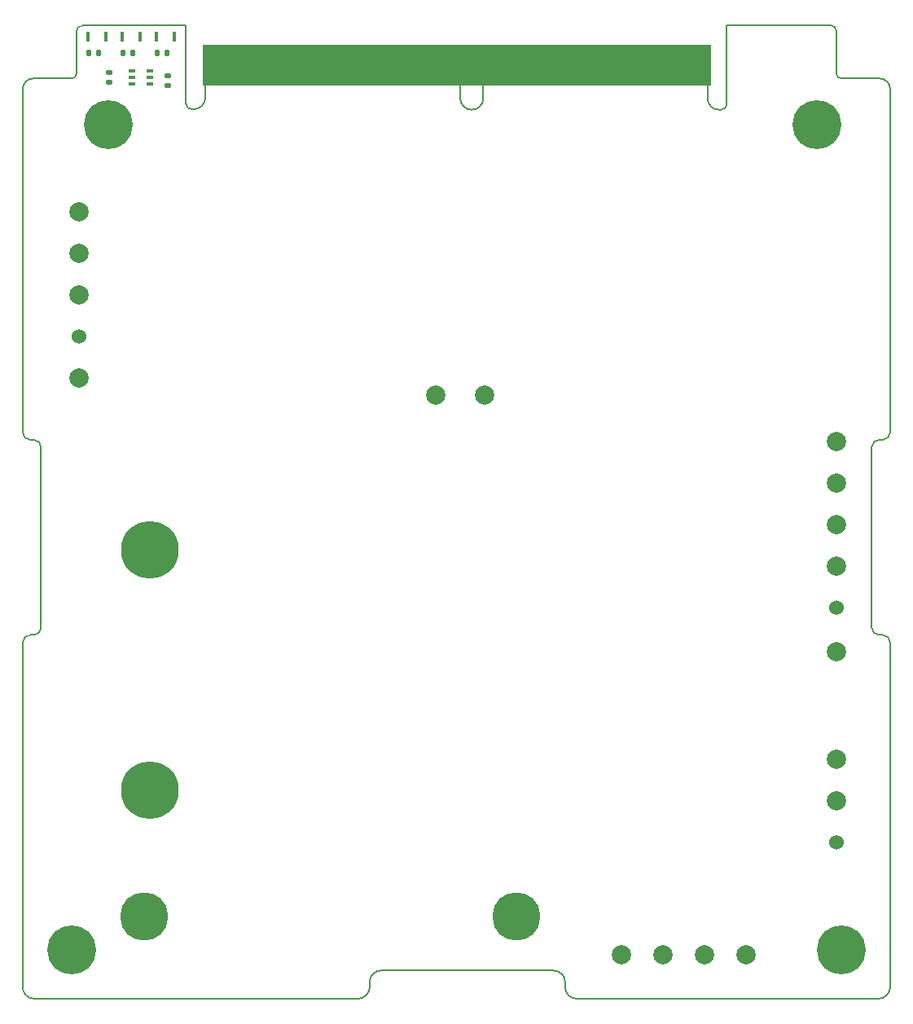
<source format=gbs>
G04 #@! TF.GenerationSoftware,KiCad,Pcbnew,7.0.1*
G04 #@! TF.CreationDate,2023-06-21T18:56:17-04:00*
G04 #@! TF.ProjectId,payload-interface-board,7061796c-6f61-4642-9d69-6e7465726661,B*
G04 #@! TF.SameCoordinates,Original*
G04 #@! TF.FileFunction,Soldermask,Bot*
G04 #@! TF.FilePolarity,Negative*
%FSLAX46Y46*%
G04 Gerber Fmt 4.6, Leading zero omitted, Abs format (unit mm)*
G04 Created by KiCad (PCBNEW 7.0.1) date 2023-06-21 18:56:17*
%MOMM*%
%LPD*%
G01*
G04 APERTURE LIST*
G04 Aperture macros list*
%AMRoundRect*
0 Rectangle with rounded corners*
0 $1 Rounding radius*
0 $2 $3 $4 $5 $6 $7 $8 $9 X,Y pos of 4 corners*
0 Add a 4 corners polygon primitive as box body*
4,1,4,$2,$3,$4,$5,$6,$7,$8,$9,$2,$3,0*
0 Add four circle primitives for the rounded corners*
1,1,$1+$1,$2,$3*
1,1,$1+$1,$4,$5*
1,1,$1+$1,$6,$7*
1,1,$1+$1,$8,$9*
0 Add four rect primitives between the rounded corners*
20,1,$1+$1,$2,$3,$4,$5,0*
20,1,$1+$1,$4,$5,$6,$7,0*
20,1,$1+$1,$6,$7,$8,$9,0*
20,1,$1+$1,$8,$9,$2,$3,0*%
%AMFreePoly0*
4,1,12,0.105238,2.379067,0.194454,2.319454,0.254067,2.230238,0.275000,2.125000,0.275000,-1.400000,-0.275000,-1.400000,-0.275000,2.125000,-0.254067,2.230238,-0.194454,2.319454,-0.105238,2.379067,0.000000,2.400000,0.105238,2.379067,0.105238,2.379067,$1*%
G04 Aperture macros list end*
%ADD10C,0.100000*%
%ADD11FreePoly0,0.000000*%
%ADD12C,2.000000*%
%ADD13C,1.524000*%
%ADD14C,5.080000*%
%ADD15C,5.000000*%
%ADD16C,6.000000*%
%ADD17RoundRect,0.135000X-0.185000X0.135000X-0.185000X-0.135000X0.185000X-0.135000X0.185000X0.135000X0*%
%ADD18RoundRect,0.135000X0.135000X0.185000X-0.135000X0.185000X-0.135000X-0.185000X0.135000X-0.185000X0*%
%ADD19R,0.370000X1.000000*%
%ADD20R,0.650000X0.400000*%
G04 #@! TA.AperFunction,Profile*
%ADD21C,0.200000*%
G04 #@! TD*
G04 APERTURE END LIST*
D10*
X111633839Y-70387167D02*
X58833839Y-70387167D01*
X58833839Y-66187167D01*
X111633839Y-66187167D01*
X111633839Y-70387167D01*
G36*
X111633839Y-70387167D02*
G01*
X58833839Y-70387167D01*
X58833839Y-66187167D01*
X111633839Y-66187167D01*
X111633839Y-70387167D01*
G37*
D11*
X60033839Y-68787167D03*
X60833839Y-68787167D03*
X61633839Y-68787167D03*
X62433839Y-68787167D03*
X63233839Y-68787167D03*
X64033839Y-68787167D03*
X64833839Y-68787167D03*
X65633839Y-68787167D03*
X66433839Y-68787167D03*
X67233839Y-68787167D03*
X68033839Y-68787167D03*
X68833839Y-68787167D03*
X69633839Y-68787167D03*
X70433839Y-68787167D03*
X71233839Y-68787167D03*
X72033839Y-68787167D03*
X72833839Y-68787167D03*
X73633839Y-68787167D03*
X74433839Y-68787167D03*
X75233839Y-68787167D03*
X76033839Y-68787167D03*
X76833839Y-68787167D03*
X77633839Y-68787167D03*
X78433839Y-68787167D03*
X79233839Y-68787167D03*
X80033839Y-68787167D03*
X80833839Y-68787167D03*
X81633839Y-68787167D03*
X82433839Y-68787167D03*
X83233839Y-68787167D03*
X84033839Y-68787167D03*
X84833839Y-68787167D03*
X88833839Y-68787167D03*
X89633839Y-68787167D03*
X90433839Y-68787167D03*
X91233839Y-68787167D03*
X92033839Y-68787167D03*
X92833839Y-68787167D03*
X93633839Y-68787167D03*
X94433839Y-68787167D03*
X95233839Y-68787167D03*
X96033839Y-68787167D03*
X96833839Y-68787167D03*
X97633839Y-68787167D03*
X98433839Y-68787167D03*
X99233839Y-68787167D03*
X100033839Y-68787167D03*
X100833839Y-68787167D03*
X101633839Y-68787167D03*
X102433839Y-68787167D03*
X103233839Y-68787167D03*
X104033839Y-68787167D03*
X104833839Y-68787167D03*
X105633839Y-68787167D03*
X106433839Y-68787167D03*
X107233839Y-68787167D03*
X108033839Y-68787167D03*
X108833839Y-68787167D03*
X109633839Y-68787167D03*
X110433839Y-68787167D03*
D12*
X124714000Y-144780000D03*
X45974000Y-83566000D03*
X45974000Y-92202000D03*
D13*
X124714000Y-124714000D03*
D12*
X124714000Y-120396000D03*
X110998000Y-160782000D03*
X83121000Y-102616000D03*
X88201000Y-102616000D03*
X124714000Y-116078000D03*
X45974000Y-100838000D03*
X115316000Y-160782000D03*
X102362000Y-160782000D03*
D14*
X49022000Y-74549000D03*
X125222000Y-160274000D03*
D12*
X45974000Y-87884000D03*
D15*
X52740000Y-156810000D03*
X91440000Y-156810000D03*
D16*
X53340000Y-143710000D03*
X53340000Y-118710000D03*
D13*
X124714000Y-149098000D03*
D12*
X124714000Y-111760000D03*
X124714000Y-107442000D03*
D14*
X45212000Y-160274000D03*
D12*
X124714000Y-140462000D03*
X106680000Y-160782000D03*
D13*
X45974000Y-96520000D03*
D12*
X124714000Y-129286000D03*
D14*
X122682000Y-74549000D03*
D17*
X49149000Y-69086000D03*
X49149000Y-70106000D03*
D18*
X55120000Y-67056000D03*
X54100000Y-67056000D03*
X51564000Y-67056000D03*
X50544000Y-67056000D03*
D19*
X48809000Y-65405000D03*
X46949000Y-65405000D03*
D20*
X53401000Y-68946000D03*
X53401000Y-69596000D03*
X53401000Y-70246000D03*
X51501000Y-70246000D03*
X51501000Y-69596000D03*
X51501000Y-68946000D03*
D18*
X48008000Y-67056000D03*
X46988000Y-67056000D03*
D17*
X55245000Y-69467000D03*
X55245000Y-70487000D03*
D19*
X52365000Y-65405000D03*
X50505000Y-65405000D03*
X55921000Y-65405000D03*
X54061000Y-65405000D03*
D21*
X40150002Y-106498198D02*
G75*
G03*
X40912002Y-107260198I761998J-2D01*
G01*
X113333777Y-66287181D02*
X113333777Y-64205481D01*
X42055002Y-126792798D02*
X42055002Y-108022198D01*
X75024202Y-165350002D02*
G75*
G03*
X76218002Y-164156198I-2J1193802D01*
G01*
X51653814Y-64224163D02*
X56353749Y-64224163D01*
X40912002Y-107260198D02*
X41293002Y-107260198D01*
X129177002Y-107260198D02*
X129558002Y-107260198D01*
X129126202Y-165350002D02*
G75*
G03*
X130320002Y-164156198I-2J1193802D01*
G01*
X41250447Y-69707497D02*
X45250447Y-69707497D01*
X57133767Y-72337133D02*
G75*
G03*
X57708839Y-72912133I574933J-67D01*
G01*
X96538002Y-163622798D02*
G75*
G03*
X95344202Y-162428998I-1193802J-2D01*
G01*
X88033820Y-66387153D02*
X111333822Y-66387153D01*
X113333777Y-64205481D02*
X124165094Y-64205481D01*
X45250447Y-69707503D02*
G75*
G03*
X45733603Y-69224341I-47J483203D01*
G01*
X129558002Y-107260202D02*
G75*
G03*
X130320002Y-106498198I-2J762002D01*
G01*
X112533820Y-72962161D02*
X112758813Y-72962161D01*
X111333839Y-71762171D02*
G75*
G03*
X112533819Y-72962161I1199961J-29D01*
G01*
X129177002Y-107260202D02*
G75*
G03*
X128415002Y-108022198I-2J-761998D01*
G01*
X125217127Y-69707497D02*
X129217124Y-69707497D01*
X76218002Y-164156198D02*
X76218002Y-163622798D01*
X40150002Y-106498198D02*
X40150002Y-70807942D01*
X45733603Y-69224341D02*
X45733786Y-64799170D01*
X57933832Y-72912120D02*
G75*
G03*
X59133820Y-71712142I-32J1200020D01*
G01*
X130320000Y-70810375D02*
G75*
G03*
X129217124Y-69707500I-1102900J-25D01*
G01*
X40912002Y-127554802D02*
G75*
G03*
X40150002Y-128316798I-2J-761998D01*
G01*
X40912002Y-127554798D02*
X41293002Y-127554798D01*
X130320002Y-164156198D02*
X130320002Y-128316798D01*
X124733785Y-69224155D02*
X124733785Y-64774172D01*
X128415002Y-126792798D02*
X128415002Y-108022198D01*
X124733803Y-69224155D02*
G75*
G03*
X125217127Y-69707497I483297J-45D01*
G01*
X57133803Y-66237151D02*
X57133803Y-64224170D01*
X40149993Y-164079998D02*
X40150002Y-128316798D01*
X85633830Y-71762154D02*
X85633830Y-66387163D01*
X96538002Y-164156198D02*
G75*
G03*
X97731802Y-165349998I1193798J-2D01*
G01*
X97731802Y-165349998D02*
X129126202Y-165349998D01*
X129177002Y-127554798D02*
X129558002Y-127554798D01*
X59133820Y-66387150D02*
X85633820Y-66387153D01*
X112758813Y-72962113D02*
G75*
G03*
X113333813Y-72387164I87J574913D01*
G01*
X77411802Y-162428998D02*
X95344202Y-162428998D01*
X41293002Y-127554802D02*
G75*
G03*
X42055002Y-126792798I-2J762002D01*
G01*
X128415002Y-126792798D02*
G75*
G03*
X129177002Y-127554798I761998J-2D01*
G01*
X88033810Y-71762154D02*
X88033810Y-66387163D01*
X113333813Y-72387161D02*
X113333813Y-66287163D01*
X57133839Y-72337131D02*
X57133839Y-66237133D01*
X57708839Y-72912131D02*
X57933832Y-72912131D01*
X46308798Y-64224158D02*
X51653807Y-64224158D01*
X41250447Y-69707502D02*
G75*
G03*
X40150002Y-70807942I-47J-1100398D01*
G01*
X77411802Y-162429002D02*
G75*
G03*
X76218002Y-163622798I-2J-1193798D01*
G01*
X46308798Y-64224186D02*
G75*
G03*
X45733786Y-64799170I2J-575014D01*
G01*
X42055002Y-108022198D02*
G75*
G03*
X41293002Y-107260198I-762002J-2D01*
G01*
X41267602Y-165349995D02*
X75024202Y-165349998D01*
X40150003Y-164079998D02*
G75*
G03*
X41267602Y-165349998I1193797J-76202D01*
G01*
X85633790Y-71762154D02*
G75*
G03*
X88033810Y-71762170I1200010J-46D01*
G01*
X56353754Y-64224170D02*
X57133803Y-64224170D01*
X130320002Y-128316798D02*
G75*
G03*
X129558002Y-127554798I-762002J-2D01*
G01*
X59133820Y-71712123D02*
X59133820Y-66387153D01*
X111333832Y-71762154D02*
X111333832Y-66387163D01*
X96538002Y-164156198D02*
X96538002Y-163622798D01*
X124733719Y-64774172D02*
G75*
G03*
X124165094Y-64205481I-568619J72D01*
G01*
X130320002Y-106498198D02*
X130320002Y-70810375D01*
M02*

</source>
